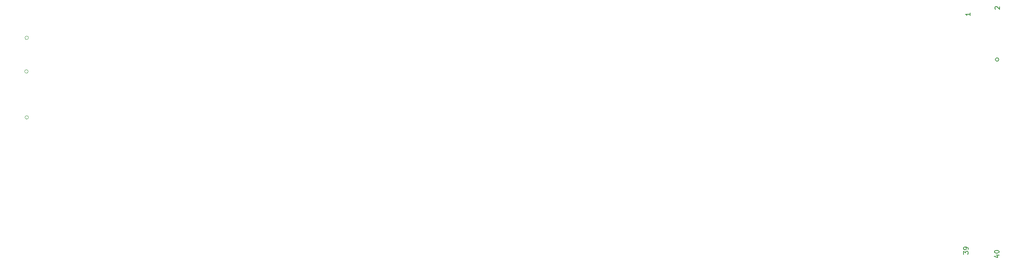
<source format=gbr>
%TF.GenerationSoftware,KiCad,Pcbnew,6.0.8-f2edbf62ab~116~ubuntu20.04.1*%
%TF.CreationDate,2022-10-23T21:23:01-04:00*%
%TF.ProjectId,coco2,636f636f-322e-46b6-9963-61645f706362,1.0.0*%
%TF.SameCoordinates,Original*%
%TF.FileFunction,Legend,Bot*%
%TF.FilePolarity,Positive*%
%FSLAX46Y46*%
G04 Gerber Fmt 4.6, Leading zero omitted, Abs format (unit mm)*
G04 Created by KiCad (PCBNEW 6.0.8-f2edbf62ab~116~ubuntu20.04.1) date 2022-10-23 21:23:01*
%MOMM*%
%LPD*%
G01*
G04 APERTURE LIST*
%ADD10C,0.150000*%
%ADD11C,0.152400*%
%ADD12C,0.120000*%
G04 APERTURE END LIST*
D10*
%TO.C,CN1*%
X298548780Y-126568523D02*
X298548780Y-125949476D01*
X298929733Y-126282809D01*
X298929733Y-126139952D01*
X298977352Y-126044714D01*
X299024971Y-125997095D01*
X299120209Y-125949476D01*
X299358304Y-125949476D01*
X299453542Y-125997095D01*
X299501161Y-126044714D01*
X299548780Y-126139952D01*
X299548780Y-126425666D01*
X299501161Y-126520904D01*
X299453542Y-126568523D01*
X299548780Y-125473285D02*
X299548780Y-125282809D01*
X299501161Y-125187571D01*
X299453542Y-125139952D01*
X299310685Y-125044714D01*
X299120209Y-124997095D01*
X298739257Y-124997095D01*
X298644019Y-125044714D01*
X298596400Y-125092333D01*
X298548780Y-125187571D01*
X298548780Y-125378047D01*
X298596400Y-125473285D01*
X298644019Y-125520904D01*
X298739257Y-125568523D01*
X298977352Y-125568523D01*
X299072590Y-125520904D01*
X299120209Y-125473285D01*
X299167828Y-125378047D01*
X299167828Y-125187571D01*
X299120209Y-125092333D01*
X299072590Y-125044714D01*
X298977352Y-124997095D01*
X305642114Y-126784714D02*
X306308780Y-126784714D01*
X305261161Y-127022809D02*
X305975447Y-127260904D01*
X305975447Y-126641857D01*
X305308780Y-126070428D02*
X305308780Y-125975190D01*
X305356400Y-125879952D01*
X305404019Y-125832333D01*
X305499257Y-125784714D01*
X305689733Y-125737095D01*
X305927828Y-125737095D01*
X306118304Y-125784714D01*
X306213542Y-125832333D01*
X306261161Y-125879952D01*
X306308780Y-125975190D01*
X306308780Y-126070428D01*
X306261161Y-126165666D01*
X306213542Y-126213285D01*
X306118304Y-126260904D01*
X305927828Y-126308523D01*
X305689733Y-126308523D01*
X305499257Y-126260904D01*
X305404019Y-126213285D01*
X305356400Y-126165666D01*
X305308780Y-126070428D01*
X299978780Y-73713285D02*
X299978780Y-74284714D01*
X299978780Y-73999000D02*
X298978780Y-73999000D01*
X299121638Y-74094238D01*
X299216876Y-74189476D01*
X299264495Y-74284714D01*
X305504019Y-72884714D02*
X305456400Y-72837095D01*
X305408780Y-72741857D01*
X305408780Y-72503761D01*
X305456400Y-72408523D01*
X305504019Y-72360904D01*
X305599257Y-72313285D01*
X305694495Y-72313285D01*
X305837352Y-72360904D01*
X306408780Y-72932333D01*
X306408780Y-72313285D01*
D11*
X306257400Y-83924000D02*
G75*
G03*
X306257400Y-83924000I-381000J0D01*
G01*
D12*
%TO.C,A1*%
X94364900Y-79169000D02*
G75*
G03*
X94364900Y-79169000I-381000J0D01*
G01*
%TO.C,A2*%
X94294900Y-86529000D02*
G75*
G03*
X94294900Y-86529000I-381000J0D01*
G01*
%TO.C,A3*%
X94364900Y-96599000D02*
G75*
G03*
X94364900Y-96599000I-381000J0D01*
G01*
%TD*%
M02*

</source>
